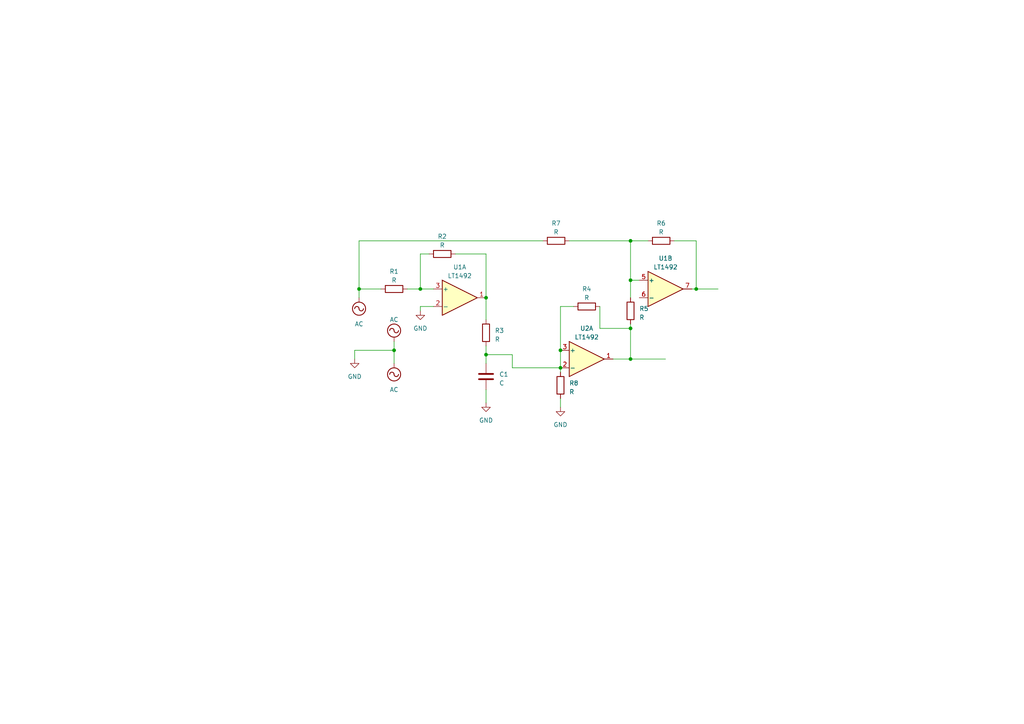
<source format=kicad_sch>
(kicad_sch (version 20230121) (generator eeschema)

  (uuid 82e4556f-23a5-4f0f-9a01-b264185790f9)

  (paper "A4")

  (lib_symbols
    (symbol "Amplifier_Operational:LT1492" (pin_names (offset 0.127)) (in_bom yes) (on_board yes)
      (property "Reference" "U" (at 0 5.08 0)
        (effects (font (size 1.27 1.27)) (justify left))
      )
      (property "Value" "LT1492" (at 0 -5.08 0)
        (effects (font (size 1.27 1.27)) (justify left))
      )
      (property "Footprint" "" (at 0 0 0)
        (effects (font (size 1.27 1.27)) hide)
      )
      (property "Datasheet" "https://www.analog.com/media/en/technical-documentation/data-sheets/14923f.pdf" (at 0 0 0)
        (effects (font (size 1.27 1.27)) hide)
      )
      (property "ki_locked" "" (at 0 0 0)
        (effects (font (size 1.27 1.27)))
      )
      (property "ki_keywords" "dual opamp" (at 0 0 0)
        (effects (font (size 1.27 1.27)) hide)
      )
      (property "ki_description" "5MHz, 3V/µs, Low Power, Single Supply, Dual Precision Op Amps, DIP-8/SOIC-8" (at 0 0 0)
        (effects (font (size 1.27 1.27)) hide)
      )
      (property "ki_fp_filters" "SOIC*3.9x4.9mm*P1.27mm* DIP*W7.62mm* TO*99* OnSemi*Micro8* TSSOP*3x3mm*P0.65mm* TSSOP*4.4x3mm*P0.65mm* MSOP*3x3mm*P0.65mm* SSOP*3.9x4.9mm*P0.635mm* LFCSP*2x2mm*P0.5mm* *SIP* SOIC*5.3x6.2mm*P1.27mm*" (at 0 0 0)
        (effects (font (size 1.27 1.27)) hide)
      )
      (symbol "LT1492_1_1"
        (polyline
          (pts
            (xy -5.08 5.08)
            (xy 5.08 0)
            (xy -5.08 -5.08)
            (xy -5.08 5.08)
          )
          (stroke (width 0.254) (type default))
          (fill (type background))
        )
        (pin output line (at 7.62 0 180) (length 2.54)
          (name "~" (effects (font (size 1.27 1.27))))
          (number "1" (effects (font (size 1.27 1.27))))
        )
        (pin input line (at -7.62 -2.54 0) (length 2.54)
          (name "-" (effects (font (size 1.27 1.27))))
          (number "2" (effects (font (size 1.27 1.27))))
        )
        (pin input line (at -7.62 2.54 0) (length 2.54)
          (name "+" (effects (font (size 1.27 1.27))))
          (number "3" (effects (font (size 1.27 1.27))))
        )
      )
      (symbol "LT1492_2_1"
        (polyline
          (pts
            (xy -5.08 5.08)
            (xy 5.08 0)
            (xy -5.08 -5.08)
            (xy -5.08 5.08)
          )
          (stroke (width 0.254) (type default))
          (fill (type background))
        )
        (pin input line (at -7.62 2.54 0) (length 2.54)
          (name "+" (effects (font (size 1.27 1.27))))
          (number "5" (effects (font (size 1.27 1.27))))
        )
        (pin input line (at -7.62 -2.54 0) (length 2.54)
          (name "-" (effects (font (size 1.27 1.27))))
          (number "6" (effects (font (size 1.27 1.27))))
        )
        (pin output line (at 7.62 0 180) (length 2.54)
          (name "~" (effects (font (size 1.27 1.27))))
          (number "7" (effects (font (size 1.27 1.27))))
        )
      )
      (symbol "LT1492_3_1"
        (pin power_in line (at -2.54 -7.62 90) (length 3.81)
          (name "V-" (effects (font (size 1.27 1.27))))
          (number "4" (effects (font (size 1.27 1.27))))
        )
        (pin power_in line (at -2.54 7.62 270) (length 3.81)
          (name "V+" (effects (font (size 1.27 1.27))))
          (number "8" (effects (font (size 1.27 1.27))))
        )
      )
    )
    (symbol "Device:C" (pin_numbers hide) (pin_names (offset 0.254)) (in_bom yes) (on_board yes)
      (property "Reference" "C" (at 0.635 2.54 0)
        (effects (font (size 1.27 1.27)) (justify left))
      )
      (property "Value" "C" (at 0.635 -2.54 0)
        (effects (font (size 1.27 1.27)) (justify left))
      )
      (property "Footprint" "" (at 0.9652 -3.81 0)
        (effects (font (size 1.27 1.27)) hide)
      )
      (property "Datasheet" "~" (at 0 0 0)
        (effects (font (size 1.27 1.27)) hide)
      )
      (property "ki_keywords" "cap capacitor" (at 0 0 0)
        (effects (font (size 1.27 1.27)) hide)
      )
      (property "ki_description" "Unpolarized capacitor" (at 0 0 0)
        (effects (font (size 1.27 1.27)) hide)
      )
      (property "ki_fp_filters" "C_*" (at 0 0 0)
        (effects (font (size 1.27 1.27)) hide)
      )
      (symbol "C_0_1"
        (polyline
          (pts
            (xy -2.032 -0.762)
            (xy 2.032 -0.762)
          )
          (stroke (width 0.508) (type default))
          (fill (type none))
        )
        (polyline
          (pts
            (xy -2.032 0.762)
            (xy 2.032 0.762)
          )
          (stroke (width 0.508) (type default))
          (fill (type none))
        )
      )
      (symbol "C_1_1"
        (pin passive line (at 0 3.81 270) (length 2.794)
          (name "~" (effects (font (size 1.27 1.27))))
          (number "1" (effects (font (size 1.27 1.27))))
        )
        (pin passive line (at 0 -3.81 90) (length 2.794)
          (name "~" (effects (font (size 1.27 1.27))))
          (number "2" (effects (font (size 1.27 1.27))))
        )
      )
    )
    (symbol "Device:R" (pin_numbers hide) (pin_names (offset 0)) (in_bom yes) (on_board yes)
      (property "Reference" "R" (at 2.032 0 90)
        (effects (font (size 1.27 1.27)))
      )
      (property "Value" "R" (at 0 0 90)
        (effects (font (size 1.27 1.27)))
      )
      (property "Footprint" "" (at -1.778 0 90)
        (effects (font (size 1.27 1.27)) hide)
      )
      (property "Datasheet" "~" (at 0 0 0)
        (effects (font (size 1.27 1.27)) hide)
      )
      (property "ki_keywords" "R res resistor" (at 0 0 0)
        (effects (font (size 1.27 1.27)) hide)
      )
      (property "ki_description" "Resistor" (at 0 0 0)
        (effects (font (size 1.27 1.27)) hide)
      )
      (property "ki_fp_filters" "R_*" (at 0 0 0)
        (effects (font (size 1.27 1.27)) hide)
      )
      (symbol "R_0_1"
        (rectangle (start -1.016 -2.54) (end 1.016 2.54)
          (stroke (width 0.254) (type default))
          (fill (type none))
        )
      )
      (symbol "R_1_1"
        (pin passive line (at 0 3.81 270) (length 1.27)
          (name "~" (effects (font (size 1.27 1.27))))
          (number "1" (effects (font (size 1.27 1.27))))
        )
        (pin passive line (at 0 -3.81 90) (length 1.27)
          (name "~" (effects (font (size 1.27 1.27))))
          (number "2" (effects (font (size 1.27 1.27))))
        )
      )
    )
    (symbol "power:AC" (power) (pin_names (offset 0)) (in_bom yes) (on_board yes)
      (property "Reference" "#PWR" (at 0 -2.54 0)
        (effects (font (size 1.27 1.27)) hide)
      )
      (property "Value" "AC" (at 0 6.35 0)
        (effects (font (size 1.27 1.27)))
      )
      (property "Footprint" "" (at 0 0 0)
        (effects (font (size 1.27 1.27)) hide)
      )
      (property "Datasheet" "" (at 0 0 0)
        (effects (font (size 1.27 1.27)) hide)
      )
      (property "ki_keywords" "global power" (at 0 0 0)
        (effects (font (size 1.27 1.27)) hide)
      )
      (property "ki_description" "Power symbol creates a global label with name \"AC\"" (at 0 0 0)
        (effects (font (size 1.27 1.27)) hide)
      )
      (symbol "AC_0_1"
        (polyline
          (pts
            (xy 0 0)
            (xy 0 1.27)
          )
          (stroke (width 0) (type default))
          (fill (type none))
        )
        (arc (start 0 3.175) (mid -0.635 3.8073) (end -1.27 3.175)
          (stroke (width 0.254) (type default))
          (fill (type none))
        )
        (arc (start 0 3.175) (mid 0.635 2.5427) (end 1.27 3.175)
          (stroke (width 0.254) (type default))
          (fill (type none))
        )
        (circle (center 0 3.175) (radius 1.905)
          (stroke (width 0.254) (type default))
          (fill (type none))
        )
      )
      (symbol "AC_1_1"
        (pin power_in line (at 0 0 90) (length 0) hide
          (name "AC" (effects (font (size 1.27 1.27))))
          (number "1" (effects (font (size 1.27 1.27))))
        )
      )
    )
    (symbol "power:GND" (power) (pin_names (offset 0)) (in_bom yes) (on_board yes)
      (property "Reference" "#PWR" (at 0 -6.35 0)
        (effects (font (size 1.27 1.27)) hide)
      )
      (property "Value" "GND" (at 0 -3.81 0)
        (effects (font (size 1.27 1.27)))
      )
      (property "Footprint" "" (at 0 0 0)
        (effects (font (size 1.27 1.27)) hide)
      )
      (property "Datasheet" "" (at 0 0 0)
        (effects (font (size 1.27 1.27)) hide)
      )
      (property "ki_keywords" "global power" (at 0 0 0)
        (effects (font (size 1.27 1.27)) hide)
      )
      (property "ki_description" "Power symbol creates a global label with name \"GND\" , ground" (at 0 0 0)
        (effects (font (size 1.27 1.27)) hide)
      )
      (symbol "GND_0_1"
        (polyline
          (pts
            (xy 0 0)
            (xy 0 -1.27)
            (xy 1.27 -1.27)
            (xy 0 -2.54)
            (xy -1.27 -1.27)
            (xy 0 -1.27)
          )
          (stroke (width 0) (type default))
          (fill (type none))
        )
      )
      (symbol "GND_1_1"
        (pin power_in line (at 0 0 270) (length 0) hide
          (name "GND" (effects (font (size 1.27 1.27))))
          (number "1" (effects (font (size 1.27 1.27))))
        )
      )
    )
  )

  (junction (at 140.97 86.36) (diameter 0) (color 0 0 0 0)
    (uuid 0baf9b47-2d51-4950-9c21-cd0060010952)
  )
  (junction (at 162.56 101.6) (diameter 0) (color 0 0 0 0)
    (uuid 17ebe744-2161-41f7-aba4-7b9d672d95be)
  )
  (junction (at 182.88 104.14) (diameter 0) (color 0 0 0 0)
    (uuid 4c3f6bfa-61ad-4884-80ed-58c0a130e703)
  )
  (junction (at 182.88 81.28) (diameter 0) (color 0 0 0 0)
    (uuid 4fb1cd16-16e1-4572-a2b1-02f23f5536af)
  )
  (junction (at 162.56 106.68) (diameter 0) (color 0 0 0 0)
    (uuid 5a7765f9-dbcd-46c1-af96-ff644ecafdd7)
  )
  (junction (at 104.14 83.82) (diameter 0) (color 0 0 0 0)
    (uuid 66bc1104-b119-436d-b351-e18d2675399c)
  )
  (junction (at 182.88 69.85) (diameter 0) (color 0 0 0 0)
    (uuid 6f2b406e-e27c-40fb-81bb-471b4519d2bb)
  )
  (junction (at 140.97 102.87) (diameter 0) (color 0 0 0 0)
    (uuid 8132e51d-133c-4ae6-bc2f-091eda14a2da)
  )
  (junction (at 182.88 95.25) (diameter 0) (color 0 0 0 0)
    (uuid 831ec488-0e8d-409d-9091-573f02811589)
  )
  (junction (at 201.93 83.82) (diameter 0) (color 0 0 0 0)
    (uuid 9267b7f8-2cd2-4e4a-ae71-b322dd2799ed)
  )
  (junction (at 114.3 101.6) (diameter 0) (color 0 0 0 0)
    (uuid a8e5dc10-f1a0-4a0d-98fa-2f1821f58376)
  )
  (junction (at 121.92 83.82) (diameter 0) (color 0 0 0 0)
    (uuid b35e86ad-6dd1-424f-a810-0649f3c2bd61)
  )

  (wire (pts (xy 114.3 101.6) (xy 114.3 105.41))
    (stroke (width 0) (type default))
    (uuid 02aca75c-e3d8-4207-a646-c758b38c3d82)
  )
  (wire (pts (xy 104.14 69.85) (xy 104.14 83.82))
    (stroke (width 0) (type default))
    (uuid 0836efad-83ef-42cc-8f7d-a1de29834324)
  )
  (wire (pts (xy 182.88 69.85) (xy 182.88 81.28))
    (stroke (width 0) (type default))
    (uuid 118d4a22-17e4-4844-9b28-09f35ae92f03)
  )
  (wire (pts (xy 140.97 102.87) (xy 140.97 105.41))
    (stroke (width 0) (type default))
    (uuid 22a28508-a2a4-40ad-b92f-08cf4a6dbee2)
  )
  (wire (pts (xy 182.88 95.25) (xy 182.88 104.14))
    (stroke (width 0) (type default))
    (uuid 28d13a6c-39c7-45aa-9e62-54491e5f51bd)
  )
  (wire (pts (xy 118.11 83.82) (xy 121.92 83.82))
    (stroke (width 0) (type default))
    (uuid 2b777432-9c51-4594-8fd1-e135aaf61db9)
  )
  (wire (pts (xy 182.88 93.98) (xy 182.88 95.25))
    (stroke (width 0) (type default))
    (uuid 2f6229f0-32b0-44a5-a696-6f9c18a1c139)
  )
  (wire (pts (xy 201.93 69.85) (xy 201.93 83.82))
    (stroke (width 0) (type default))
    (uuid 35524ba9-8cc2-4e32-8a31-ac6d885587cc)
  )
  (wire (pts (xy 162.56 101.6) (xy 162.56 106.68))
    (stroke (width 0) (type default))
    (uuid 457b1010-c1df-41d4-a421-6a0f75d66b06)
  )
  (wire (pts (xy 182.88 81.28) (xy 182.88 86.36))
    (stroke (width 0) (type default))
    (uuid 471ab5c8-5f4f-4864-8d45-0fa40a9ec920)
  )
  (wire (pts (xy 140.97 100.33) (xy 140.97 102.87))
    (stroke (width 0) (type default))
    (uuid 49f0d061-3dd8-4ce8-b881-d090b9abbeab)
  )
  (wire (pts (xy 162.56 106.68) (xy 148.59 106.68))
    (stroke (width 0) (type default))
    (uuid 54609143-a5e6-44d0-bb64-677ebaa4d5e6)
  )
  (wire (pts (xy 200.66 83.82) (xy 201.93 83.82))
    (stroke (width 0) (type default))
    (uuid 54eb1a7d-e903-4ab9-917f-0c5a66105908)
  )
  (wire (pts (xy 140.97 73.66) (xy 140.97 86.36))
    (stroke (width 0) (type default))
    (uuid 5970378d-e1c0-4e70-a790-61e1c3295f8d)
  )
  (wire (pts (xy 148.59 106.68) (xy 148.59 102.87))
    (stroke (width 0) (type default))
    (uuid 5b2def80-d4f5-492b-bd8b-139991ea0947)
  )
  (wire (pts (xy 124.46 73.66) (xy 121.92 73.66))
    (stroke (width 0) (type default))
    (uuid 621d9e0d-5c5b-4e7e-8896-3a0dd8c405e8)
  )
  (wire (pts (xy 114.3 99.06) (xy 114.3 101.6))
    (stroke (width 0) (type default))
    (uuid 62343508-d60f-4fb1-848d-9c49859c1ab4)
  )
  (wire (pts (xy 162.56 115.57) (xy 162.56 118.11))
    (stroke (width 0) (type default))
    (uuid 66cffa11-c4f0-4ee7-bfb7-7d40736e837e)
  )
  (wire (pts (xy 102.87 104.14) (xy 102.87 101.6))
    (stroke (width 0) (type default))
    (uuid 6831b093-3220-4b54-ac87-719929ee037c)
  )
  (wire (pts (xy 102.87 101.6) (xy 114.3 101.6))
    (stroke (width 0) (type default))
    (uuid 6e8e1829-ca0c-489f-8d99-1f87603e8830)
  )
  (wire (pts (xy 104.14 83.82) (xy 110.49 83.82))
    (stroke (width 0) (type default))
    (uuid 74ac0e91-bad1-4328-8088-0958f67c0743)
  )
  (wire (pts (xy 140.97 113.03) (xy 140.97 116.84))
    (stroke (width 0) (type default))
    (uuid 79b64273-93cb-481b-ab75-c02384ec97e2)
  )
  (wire (pts (xy 148.59 102.87) (xy 140.97 102.87))
    (stroke (width 0) (type default))
    (uuid 7d04c288-ddb5-4ef6-96ce-c527171ab95a)
  )
  (wire (pts (xy 182.88 104.14) (xy 193.04 104.14))
    (stroke (width 0) (type default))
    (uuid 84c9efbc-08b9-448f-85e5-296a19dabac5)
  )
  (wire (pts (xy 104.14 86.36) (xy 104.14 83.82))
    (stroke (width 0) (type default))
    (uuid 8ab40b42-8566-46ad-ae08-ee69e3b9c14a)
  )
  (wire (pts (xy 173.99 88.9) (xy 173.99 95.25))
    (stroke (width 0) (type default))
    (uuid 948ead8a-45ff-4b26-bdd2-462ae322d9e7)
  )
  (wire (pts (xy 121.92 88.9) (xy 125.73 88.9))
    (stroke (width 0) (type default))
    (uuid a58257e4-5fcc-43c4-9d6b-7b290e121008)
  )
  (wire (pts (xy 187.96 69.85) (xy 182.88 69.85))
    (stroke (width 0) (type default))
    (uuid a8d2ec3d-5ff4-40d2-8bc6-02cc834da3da)
  )
  (wire (pts (xy 121.92 90.17) (xy 121.92 88.9))
    (stroke (width 0) (type default))
    (uuid afff91d9-307f-49e6-aa08-2cb01dc69488)
  )
  (wire (pts (xy 132.08 73.66) (xy 140.97 73.66))
    (stroke (width 0) (type default))
    (uuid b6237054-4f8f-4a8e-98fd-8769e7ccb925)
  )
  (wire (pts (xy 195.58 69.85) (xy 201.93 69.85))
    (stroke (width 0) (type default))
    (uuid b65f66b4-8c40-4036-816b-e10f36ad5695)
  )
  (wire (pts (xy 162.56 88.9) (xy 162.56 101.6))
    (stroke (width 0) (type default))
    (uuid be43f861-864f-483e-a159-24dac447fd0c)
  )
  (wire (pts (xy 201.93 83.82) (xy 208.28 83.82))
    (stroke (width 0) (type default))
    (uuid c2ab5fd1-c282-4ab4-a4b5-5e7b46d4eef7)
  )
  (wire (pts (xy 162.56 106.68) (xy 162.56 107.95))
    (stroke (width 0) (type default))
    (uuid c41c9212-9ba0-4bcd-9c33-8c81025d16e9)
  )
  (wire (pts (xy 166.37 88.9) (xy 162.56 88.9))
    (stroke (width 0) (type default))
    (uuid c4c2b1bd-ac4b-491c-bfd4-426d31f0258c)
  )
  (wire (pts (xy 121.92 83.82) (xy 125.73 83.82))
    (stroke (width 0) (type default))
    (uuid ca511a61-95e1-437b-b71a-1d6936d86f53)
  )
  (wire (pts (xy 140.97 86.36) (xy 140.97 92.71))
    (stroke (width 0) (type default))
    (uuid d11fa633-b692-4946-9c4a-f1a7babbc428)
  )
  (wire (pts (xy 185.42 81.28) (xy 182.88 81.28))
    (stroke (width 0) (type default))
    (uuid d1e38eb6-cb96-417e-be06-6a83548119cd)
  )
  (wire (pts (xy 173.99 95.25) (xy 182.88 95.25))
    (stroke (width 0) (type default))
    (uuid dcdcf8e0-82da-4a2a-9b4f-36eb1188e0dc)
  )
  (wire (pts (xy 177.8 104.14) (xy 182.88 104.14))
    (stroke (width 0) (type default))
    (uuid e55693e4-588c-4426-8e79-2a72444d4b9c)
  )
  (wire (pts (xy 157.48 69.85) (xy 104.14 69.85))
    (stroke (width 0) (type default))
    (uuid ef8f6f84-cc1f-4b5c-87a0-62d5dc444ec9)
  )
  (wire (pts (xy 165.1 69.85) (xy 182.88 69.85))
    (stroke (width 0) (type default))
    (uuid f9271cbe-02fd-4d6c-94cb-b9362da5d0dd)
  )
  (wire (pts (xy 121.92 73.66) (xy 121.92 83.82))
    (stroke (width 0) (type default))
    (uuid fab89f19-c0e9-4f88-bea8-cb189ec42abf)
  )

  (symbol (lib_id "power:GND") (at 121.92 90.17 0) (unit 1)
    (in_bom yes) (on_board yes) (dnp no) (fields_autoplaced)
    (uuid 05f62782-956b-4eec-b665-66e6d82724c8)
    (property "Reference" "#PWR02" (at 121.92 96.52 0)
      (effects (font (size 1.27 1.27)) hide)
    )
    (property "Value" "GND" (at 121.92 95.25 0)
      (effects (font (size 1.27 1.27)))
    )
    (property "Footprint" "" (at 121.92 90.17 0)
      (effects (font (size 1.27 1.27)) hide)
    )
    (property "Datasheet" "" (at 121.92 90.17 0)
      (effects (font (size 1.27 1.27)) hide)
    )
    (pin "1" (uuid 72641839-037f-4f68-ab9e-d8749cac66d1))
    (instances
      (project "3 phase signal generator"
        (path "/82e4556f-23a5-4f0f-9a01-b264185790f9"
          (reference "#PWR02") (unit 1)
        )
      )
    )
  )

  (symbol (lib_id "Device:R") (at 162.56 111.76 0) (unit 1)
    (in_bom yes) (on_board yes) (dnp no) (fields_autoplaced)
    (uuid 0f8c2ac7-a622-4503-a19a-248c8b94b585)
    (property "Reference" "R8" (at 165.1 111.125 0)
      (effects (font (size 1.27 1.27)) (justify left))
    )
    (property "Value" "R" (at 165.1 113.665 0)
      (effects (font (size 1.27 1.27)) (justify left))
    )
    (property "Footprint" "" (at 160.782 111.76 90)
      (effects (font (size 1.27 1.27)) hide)
    )
    (property "Datasheet" "~" (at 162.56 111.76 0)
      (effects (font (size 1.27 1.27)) hide)
    )
    (pin "1" (uuid 49257748-3fc6-458e-bfc7-4405dd483c50))
    (pin "2" (uuid 0dc2aa44-8a5a-4c27-8e9b-cf08b4015324))
    (instances
      (project "3 phase signal generator"
        (path "/82e4556f-23a5-4f0f-9a01-b264185790f9"
          (reference "R8") (unit 1)
        )
      )
    )
  )

  (symbol (lib_id "Device:R") (at 128.27 73.66 90) (unit 1)
    (in_bom yes) (on_board yes) (dnp no) (fields_autoplaced)
    (uuid 19f58f17-8cd6-478c-b48b-7db5125ca99e)
    (property "Reference" "R2" (at 128.27 68.58 90)
      (effects (font (size 1.27 1.27)))
    )
    (property "Value" "R" (at 128.27 71.12 90)
      (effects (font (size 1.27 1.27)))
    )
    (property "Footprint" "" (at 128.27 75.438 90)
      (effects (font (size 1.27 1.27)) hide)
    )
    (property "Datasheet" "~" (at 128.27 73.66 0)
      (effects (font (size 1.27 1.27)) hide)
    )
    (pin "1" (uuid 0e57d9d7-d752-48fe-9726-334ab36b5234))
    (pin "2" (uuid 64e398de-31c5-4741-8d83-464b390875c0))
    (instances
      (project "3 phase signal generator"
        (path "/82e4556f-23a5-4f0f-9a01-b264185790f9"
          (reference "R2") (unit 1)
        )
      )
    )
  )

  (symbol (lib_id "Amplifier_Operational:LT1492") (at 133.35 86.36 0) (unit 1)
    (in_bom yes) (on_board yes) (dnp no) (fields_autoplaced)
    (uuid 1bfa65fe-751d-46c5-a081-d7c8d996f613)
    (property "Reference" "U1" (at 133.35 77.47 0)
      (effects (font (size 1.27 1.27)))
    )
    (property "Value" "LT1492" (at 133.35 80.01 0)
      (effects (font (size 1.27 1.27)))
    )
    (property "Footprint" "" (at 133.35 86.36 0)
      (effects (font (size 1.27 1.27)) hide)
    )
    (property "Datasheet" "https://www.analog.com/media/en/technical-documentation/data-sheets/14923f.pdf" (at 133.35 86.36 0)
      (effects (font (size 1.27 1.27)) hide)
    )
    (pin "1" (uuid 44519993-2304-4bf5-ac5e-db34c2197188))
    (pin "2" (uuid 6dbad89a-496e-4727-b146-52d372f54a00))
    (pin "3" (uuid dc263924-9eba-4ed0-add9-e4c4a0bfa0ec))
    (pin "5" (uuid 94d79e24-bfce-46aa-97c4-fb05dc1ee695))
    (pin "6" (uuid 3a459da8-f11c-4ee2-9c52-29f753b54bfa))
    (pin "7" (uuid f458e8ef-a338-4bbf-aedf-2718773e883f))
    (pin "4" (uuid 9055565e-6d53-435f-9753-abebc98dbd9c))
    (pin "8" (uuid a6db641f-83b8-476a-a949-63462f19adda))
    (instances
      (project "3 phase signal generator"
        (path "/82e4556f-23a5-4f0f-9a01-b264185790f9"
          (reference "U1") (unit 1)
        )
      )
    )
  )

  (symbol (lib_id "Device:C") (at 140.97 109.22 0) (unit 1)
    (in_bom yes) (on_board yes) (dnp no) (fields_autoplaced)
    (uuid 2ac787ed-3aad-4251-92b4-5e9c8178b7c7)
    (property "Reference" "C1" (at 144.78 108.585 0)
      (effects (font (size 1.27 1.27)) (justify left))
    )
    (property "Value" "C" (at 144.78 111.125 0)
      (effects (font (size 1.27 1.27)) (justify left))
    )
    (property "Footprint" "" (at 141.9352 113.03 0)
      (effects (font (size 1.27 1.27)) hide)
    )
    (property "Datasheet" "~" (at 140.97 109.22 0)
      (effects (font (size 1.27 1.27)) hide)
    )
    (pin "1" (uuid 1e7d4df5-3aff-4f97-81a8-2f53dc62757c))
    (pin "2" (uuid ae9cdbf4-d673-4d1f-82d7-f73ae452b2cb))
    (instances
      (project "3 phase signal generator"
        (path "/82e4556f-23a5-4f0f-9a01-b264185790f9"
          (reference "C1") (unit 1)
        )
      )
    )
  )

  (symbol (lib_id "power:AC") (at 104.14 86.36 180) (unit 1)
    (in_bom yes) (on_board yes) (dnp no) (fields_autoplaced)
    (uuid 4f3cb2b0-b5ee-4ad9-8c3e-e2ed4adb94c7)
    (property "Reference" "#PWR01" (at 104.14 83.82 0)
      (effects (font (size 1.27 1.27)) hide)
    )
    (property "Value" "AC" (at 104.14 93.98 0)
      (effects (font (size 1.27 1.27)))
    )
    (property "Footprint" "" (at 104.14 86.36 0)
      (effects (font (size 1.27 1.27)) hide)
    )
    (property "Datasheet" "" (at 104.14 86.36 0)
      (effects (font (size 1.27 1.27)) hide)
    )
    (pin "1" (uuid 41b992c0-a7eb-491a-b07b-72a1157ecff2))
    (instances
      (project "3 phase signal generator"
        (path "/82e4556f-23a5-4f0f-9a01-b264185790f9"
          (reference "#PWR01") (unit 1)
        )
      )
    )
  )

  (symbol (lib_id "power:GND") (at 162.56 118.11 0) (unit 1)
    (in_bom yes) (on_board yes) (dnp no) (fields_autoplaced)
    (uuid 71ba9d9f-561c-41aa-9d66-a8f139c9b0b1)
    (property "Reference" "#PWR07" (at 162.56 124.46 0)
      (effects (font (size 1.27 1.27)) hide)
    )
    (property "Value" "GND" (at 162.56 123.19 0)
      (effects (font (size 1.27 1.27)))
    )
    (property "Footprint" "" (at 162.56 118.11 0)
      (effects (font (size 1.27 1.27)) hide)
    )
    (property "Datasheet" "" (at 162.56 118.11 0)
      (effects (font (size 1.27 1.27)) hide)
    )
    (pin "1" (uuid bb7ae44c-bd40-427f-b2cd-f146441ff6f3))
    (instances
      (project "3 phase signal generator"
        (path "/82e4556f-23a5-4f0f-9a01-b264185790f9"
          (reference "#PWR07") (unit 1)
        )
      )
    )
  )

  (symbol (lib_id "Amplifier_Operational:LT1492") (at 193.04 83.82 0) (unit 2)
    (in_bom yes) (on_board yes) (dnp no) (fields_autoplaced)
    (uuid 72b3dae6-d015-4406-ad26-d5e2b8a81826)
    (property "Reference" "U1" (at 193.04 74.93 0)
      (effects (font (size 1.27 1.27)))
    )
    (property "Value" "LT1492" (at 193.04 77.47 0)
      (effects (font (size 1.27 1.27)))
    )
    (property "Footprint" "" (at 193.04 83.82 0)
      (effects (font (size 1.27 1.27)) hide)
    )
    (property "Datasheet" "https://www.analog.com/media/en/technical-documentation/data-sheets/14923f.pdf" (at 193.04 83.82 0)
      (effects (font (size 1.27 1.27)) hide)
    )
    (pin "1" (uuid 1d4cfd51-2e2d-4126-a5ac-1c5fd21fa803))
    (pin "2" (uuid 763e06e5-3b13-4916-bd7e-70dff5c7a243))
    (pin "3" (uuid dbf6bb19-60fa-4cf8-a378-cabc3f27ec45))
    (pin "5" (uuid 70d489f8-39b2-48be-9827-1d82fdc6a6ba))
    (pin "6" (uuid c6e40112-e99b-44bb-a7fd-4b95a1bed1a4))
    (pin "7" (uuid 58514a3c-b69c-48e4-82a5-1014da0f98d5))
    (pin "4" (uuid 6a32d6f7-d94c-48b5-8325-af7ddf919191))
    (pin "8" (uuid bf6676bb-1ed4-461d-944e-e7650dd2dfbf))
    (instances
      (project "3 phase signal generator"
        (path "/82e4556f-23a5-4f0f-9a01-b264185790f9"
          (reference "U1") (unit 2)
        )
      )
    )
  )

  (symbol (lib_id "Device:R") (at 140.97 96.52 0) (unit 1)
    (in_bom yes) (on_board yes) (dnp no) (fields_autoplaced)
    (uuid 8c426ac4-c41b-4b5b-a457-5d671ec382c0)
    (property "Reference" "R3" (at 143.51 95.885 0)
      (effects (font (size 1.27 1.27)) (justify left))
    )
    (property "Value" "R" (at 143.51 98.425 0)
      (effects (font (size 1.27 1.27)) (justify left))
    )
    (property "Footprint" "" (at 139.192 96.52 90)
      (effects (font (size 1.27 1.27)) hide)
    )
    (property "Datasheet" "~" (at 140.97 96.52 0)
      (effects (font (size 1.27 1.27)) hide)
    )
    (pin "1" (uuid 8daebfe0-ca15-4ffd-8158-52e77a879dae))
    (pin "2" (uuid 3ab31e6b-b39c-44fb-a0dd-8a1118bb3e62))
    (instances
      (project "3 phase signal generator"
        (path "/82e4556f-23a5-4f0f-9a01-b264185790f9"
          (reference "R3") (unit 1)
        )
      )
    )
  )

  (symbol (lib_id "Device:R") (at 182.88 90.17 0) (unit 1)
    (in_bom yes) (on_board yes) (dnp no) (fields_autoplaced)
    (uuid 9a07c30c-1a38-4a7a-b0f2-9739644f22df)
    (property "Reference" "R5" (at 185.42 89.535 0)
      (effects (font (size 1.27 1.27)) (justify left))
    )
    (property "Value" "R" (at 185.42 92.075 0)
      (effects (font (size 1.27 1.27)) (justify left))
    )
    (property "Footprint" "" (at 181.102 90.17 90)
      (effects (font (size 1.27 1.27)) hide)
    )
    (property "Datasheet" "~" (at 182.88 90.17 0)
      (effects (font (size 1.27 1.27)) hide)
    )
    (pin "1" (uuid 517c7032-98dd-4db2-8b0a-8283ecd61483))
    (pin "2" (uuid 64513afc-1b3f-445e-8396-0f0f28cb9d4b))
    (instances
      (project "3 phase signal generator"
        (path "/82e4556f-23a5-4f0f-9a01-b264185790f9"
          (reference "R5") (unit 1)
        )
      )
    )
  )

  (symbol (lib_id "power:GND") (at 140.97 116.84 0) (unit 1)
    (in_bom yes) (on_board yes) (dnp no) (fields_autoplaced)
    (uuid 9bca96ea-74e8-452f-b7b7-33f04116402e)
    (property "Reference" "#PWR06" (at 140.97 123.19 0)
      (effects (font (size 1.27 1.27)) hide)
    )
    (property "Value" "GND" (at 140.97 121.92 0)
      (effects (font (size 1.27 1.27)))
    )
    (property "Footprint" "" (at 140.97 116.84 0)
      (effects (font (size 1.27 1.27)) hide)
    )
    (property "Datasheet" "" (at 140.97 116.84 0)
      (effects (font (size 1.27 1.27)) hide)
    )
    (pin "1" (uuid 56ac35ae-d043-4727-967a-8739b1d85001))
    (instances
      (project "3 phase signal generator"
        (path "/82e4556f-23a5-4f0f-9a01-b264185790f9"
          (reference "#PWR06") (unit 1)
        )
      )
    )
  )

  (symbol (lib_id "Device:R") (at 191.77 69.85 90) (unit 1)
    (in_bom yes) (on_board yes) (dnp no) (fields_autoplaced)
    (uuid ad7ea517-d35a-409e-b2c8-9af0c936665d)
    (property "Reference" "R6" (at 191.77 64.77 90)
      (effects (font (size 1.27 1.27)))
    )
    (property "Value" "R" (at 191.77 67.31 90)
      (effects (font (size 1.27 1.27)))
    )
    (property "Footprint" "" (at 191.77 71.628 90)
      (effects (font (size 1.27 1.27)) hide)
    )
    (property "Datasheet" "~" (at 191.77 69.85 0)
      (effects (font (size 1.27 1.27)) hide)
    )
    (pin "1" (uuid 76b31dab-518e-4d17-821d-a65274ffc2d7))
    (pin "2" (uuid 6f64d13f-c5dd-4c01-b70b-7fb8e015141c))
    (instances
      (project "3 phase signal generator"
        (path "/82e4556f-23a5-4f0f-9a01-b264185790f9"
          (reference "R6") (unit 1)
        )
      )
    )
  )

  (symbol (lib_id "power:AC") (at 114.3 105.41 180) (unit 1)
    (in_bom yes) (on_board yes) (dnp no) (fields_autoplaced)
    (uuid b2e849a2-bcd4-490e-9256-623149773b11)
    (property "Reference" "#PWR04" (at 114.3 102.87 0)
      (effects (font (size 1.27 1.27)) hide)
    )
    (property "Value" "AC" (at 114.3 113.03 0)
      (effects (font (size 1.27 1.27)))
    )
    (property "Footprint" "" (at 114.3 105.41 0)
      (effects (font (size 1.27 1.27)) hide)
    )
    (property "Datasheet" "" (at 114.3 105.41 0)
      (effects (font (size 1.27 1.27)) hide)
    )
    (pin "1" (uuid 7318b02b-9884-4ed5-868c-a2cd168f8a08))
    (instances
      (project "3 phase signal generator"
        (path "/82e4556f-23a5-4f0f-9a01-b264185790f9"
          (reference "#PWR04") (unit 1)
        )
      )
    )
  )

  (symbol (lib_id "Device:R") (at 114.3 83.82 90) (unit 1)
    (in_bom yes) (on_board yes) (dnp no) (fields_autoplaced)
    (uuid b7910b86-e8ee-4721-ad1d-a1b3338e3ac7)
    (property "Reference" "R1" (at 114.3 78.74 90)
      (effects (font (size 1.27 1.27)))
    )
    (property "Value" "R" (at 114.3 81.28 90)
      (effects (font (size 1.27 1.27)))
    )
    (property "Footprint" "" (at 114.3 85.598 90)
      (effects (font (size 1.27 1.27)) hide)
    )
    (property "Datasheet" "~" (at 114.3 83.82 0)
      (effects (font (size 1.27 1.27)) hide)
    )
    (pin "1" (uuid 1a9e56f4-336d-4da1-ade1-4b362308d137))
    (pin "2" (uuid 62db7112-13a5-4b6c-9f18-e5112fd44b42))
    (instances
      (project "3 phase signal generator"
        (path "/82e4556f-23a5-4f0f-9a01-b264185790f9"
          (reference "R1") (unit 1)
        )
      )
    )
  )

  (symbol (lib_id "power:AC") (at 114.3 99.06 0) (unit 1)
    (in_bom yes) (on_board yes) (dnp no) (fields_autoplaced)
    (uuid ca425f46-7ba5-469e-acf1-f3403c6a2857)
    (property "Reference" "#PWR03" (at 114.3 101.6 0)
      (effects (font (size 1.27 1.27)) hide)
    )
    (property "Value" "AC" (at 114.3 92.71 0)
      (effects (font (size 1.27 1.27)))
    )
    (property "Footprint" "" (at 114.3 99.06 0)
      (effects (font (size 1.27 1.27)) hide)
    )
    (property "Datasheet" "" (at 114.3 99.06 0)
      (effects (font (size 1.27 1.27)) hide)
    )
    (pin "1" (uuid 8e3c47b6-3f8a-43ce-bca6-a27d6d1026a4))
    (instances
      (project "3 phase signal generator"
        (path "/82e4556f-23a5-4f0f-9a01-b264185790f9"
          (reference "#PWR03") (unit 1)
        )
      )
    )
  )

  (symbol (lib_id "power:GND") (at 102.87 104.14 0) (unit 1)
    (in_bom yes) (on_board yes) (dnp no) (fields_autoplaced)
    (uuid e2ec04ba-f791-475b-9bdb-f4656b94860e)
    (property "Reference" "#PWR05" (at 102.87 110.49 0)
      (effects (font (size 1.27 1.27)) hide)
    )
    (property "Value" "GND" (at 102.87 109.22 0)
      (effects (font (size 1.27 1.27)))
    )
    (property "Footprint" "" (at 102.87 104.14 0)
      (effects (font (size 1.27 1.27)) hide)
    )
    (property "Datasheet" "" (at 102.87 104.14 0)
      (effects (font (size 1.27 1.27)) hide)
    )
    (pin "1" (uuid 58583e9b-9ce3-4d18-81b5-4a0eca1b2ba2))
    (instances
      (project "3 phase signal generator"
        (path "/82e4556f-23a5-4f0f-9a01-b264185790f9"
          (reference "#PWR05") (unit 1)
        )
      )
    )
  )

  (symbol (lib_id "Amplifier_Operational:LT1492") (at 170.18 104.14 0) (unit 1)
    (in_bom yes) (on_board yes) (dnp no) (fields_autoplaced)
    (uuid e4aaf52f-c226-46c0-9564-a26a33734a62)
    (property "Reference" "U2" (at 170.18 95.25 0)
      (effects (font (size 1.27 1.27)))
    )
    (property "Value" "LT1492" (at 170.18 97.79 0)
      (effects (font (size 1.27 1.27)))
    )
    (property "Footprint" "" (at 170.18 104.14 0)
      (effects (font (size 1.27 1.27)) hide)
    )
    (property "Datasheet" "https://www.analog.com/media/en/technical-documentation/data-sheets/14923f.pdf" (at 170.18 104.14 0)
      (effects (font (size 1.27 1.27)) hide)
    )
    (pin "1" (uuid a7659331-97bb-42e9-9c2e-f2a0b80873d3))
    (pin "2" (uuid d2fcb3d4-7e11-405e-a3a3-77164c28ae29))
    (pin "3" (uuid a8b31191-67fe-4af6-baf5-e98ceddb1431))
    (pin "5" (uuid b4d190c2-1c6b-47b3-8aec-26448d7f2121))
    (pin "6" (uuid a2e08346-bf02-4e64-8fc1-138715bd0b3d))
    (pin "7" (uuid 626569fa-c30c-4139-8a91-837404336fc3))
    (pin "4" (uuid b51f191e-a3b3-48c2-b5b1-f1c3cf385d5d))
    (pin "8" (uuid 776cbbd2-ba63-47e6-8040-17b5cc5830cc))
    (instances
      (project "3 phase signal generator"
        (path "/82e4556f-23a5-4f0f-9a01-b264185790f9"
          (reference "U2") (unit 1)
        )
      )
    )
  )

  (symbol (lib_id "Device:R") (at 170.18 88.9 90) (unit 1)
    (in_bom yes) (on_board yes) (dnp no) (fields_autoplaced)
    (uuid e58c9a90-76e9-4ccf-b969-125ea54a62be)
    (property "Reference" "R4" (at 170.18 83.82 90)
      (effects (font (size 1.27 1.27)))
    )
    (property "Value" "R" (at 170.18 86.36 90)
      (effects (font (size 1.27 1.27)))
    )
    (property "Footprint" "" (at 170.18 90.678 90)
      (effects (font (size 1.27 1.27)) hide)
    )
    (property "Datasheet" "~" (at 170.18 88.9 0)
      (effects (font (size 1.27 1.27)) hide)
    )
    (pin "1" (uuid eaa0ee06-45a9-460c-9af9-ca32dd4ee533))
    (pin "2" (uuid 47aa88cd-7628-4e7a-bd76-ad972a44341a))
    (instances
      (project "3 phase signal generator"
        (path "/82e4556f-23a5-4f0f-9a01-b264185790f9"
          (reference "R4") (unit 1)
        )
      )
    )
  )

  (symbol (lib_id "Device:R") (at 161.29 69.85 90) (unit 1)
    (in_bom yes) (on_board yes) (dnp no) (fields_autoplaced)
    (uuid f01dc751-c308-44c8-92a1-4c1ed5153e4b)
    (property "Reference" "R7" (at 161.29 64.77 90)
      (effects (font (size 1.27 1.27)))
    )
    (property "Value" "R" (at 161.29 67.31 90)
      (effects (font (size 1.27 1.27)))
    )
    (property "Footprint" "" (at 161.29 71.628 90)
      (effects (font (size 1.27 1.27)) hide)
    )
    (property "Datasheet" "~" (at 161.29 69.85 0)
      (effects (font (size 1.27 1.27)) hide)
    )
    (pin "1" (uuid 2caf0bb9-5c08-42f3-b43b-d728c636a99c))
    (pin "2" (uuid 85a504cc-c521-45e5-9433-f7deb99546c4))
    (instances
      (project "3 phase signal generator"
        (path "/82e4556f-23a5-4f0f-9a01-b264185790f9"
          (reference "R7") (unit 1)
        )
      )
    )
  )

  (sheet_instances
    (path "/" (page "1"))
  )
)

</source>
